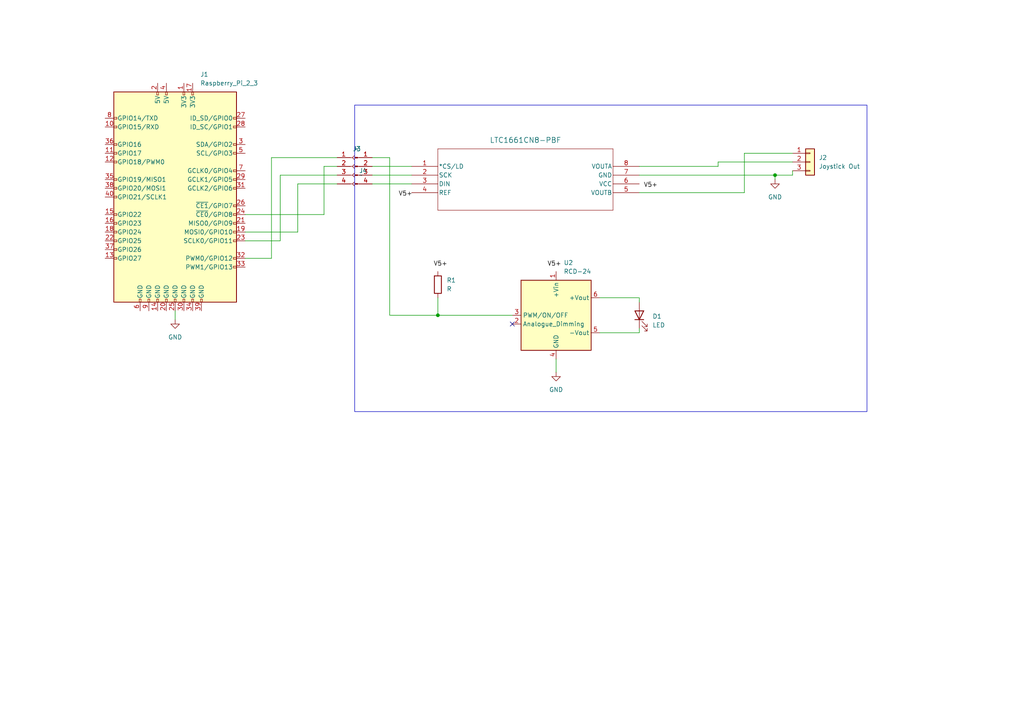
<source format=kicad_sch>
(kicad_sch (version 20230121) (generator eeschema)
  (paper "A4")
  (lib_symbols
    (symbol "Connector:Conn_01x04_Pin" (pin_names (offset 1.016) hide)
      (property "Reference" "J" (at 0 5.08 0))
      (property "Value" "Conn_01x04_Pin" (at 0 -7.62 0))
      (symbol "Conn_01x04_Pin_1_1"
        (polyline (pts (xy 1.27 -5.08) (xy 0.8636 -5.08)) (stroke (width 0.1524)))
        (polyline (pts (xy 1.27 -2.54) (xy 0.8636 -2.54)) (stroke (width 0.1524)))
        (polyline (pts (xy 1.27 0) (xy 0.8636 0)) (stroke (width 0.1524)))
        (polyline (pts (xy 1.27 2.54) (xy 0.8636 2.54)) (stroke (width 0.1524)))
        (rectangle (start 0.8636 -4.953) (end 0 -5.207) (stroke (width 0.1524)) (fill (type outline)))
        (rectangle (start 0.8636 -2.413) (end 0 -2.667) (stroke (width 0.1524)) (fill (type outline)))
        (rectangle (start 0.8636 0.127) (end 0 -0.127) (stroke (width 0.1524)) (fill (type outline)))
        (rectangle (start 0.8636 2.667) (end 0 2.413) (stroke (width 0.1524)) (fill (type outline)))
        (pin passive line (at 5.08 2.54 180) (length 3.81) (name "Pin_1") (number "1"))
        (pin passive line (at 5.08 0 180) (length 3.81) (name "Pin_2") (number "2"))
        (pin passive line (at 5.08 -2.54 180) (length 3.81) (name "Pin_3") (number "3"))
        (pin passive line (at 5.08 -5.08 180) (length 3.81) (name "Pin_4") (number "4"))
      )
    )
    (symbol "Connector:Conn_01x04_Socket" (pin_names (offset 1.016) hide)
      (property "Reference" "J" (at 0 5.08 0))
      (property "Value" "Conn_01x04_Socket" (at 0 -7.62 0))
      (symbol "Conn_01x04_Socket_1_1"
        (arc (start 0 -4.572) (mid -0.5058 -5.08) (end 0 -5.588) (stroke (width 0.1524)))
        (arc (start 0 -2.032) (mid -0.5058 -2.54) (end 0 -3.048) (stroke (width 0.1524)))
        (polyline (pts (xy -1.27 -5.08) (xy -0.508 -5.08)) (stroke (width 0.1524)))
        (polyline (pts (xy -1.27 -2.54) (xy -0.508 -2.54)) (stroke (width 0.1524)))
        (polyline (pts (xy -1.27 0) (xy -0.508 0)) (stroke (width 0.1524)))
        (polyline (pts (xy -1.27 2.54) (xy -0.508 2.54)) (stroke (width 0.1524)))
        (arc (start 0 0.508) (mid -0.5058 0) (end 0 -0.508) (stroke (width 0.1524)))
        (arc (start 0 3.048) (mid -0.5058 2.54) (end 0 2.032) (stroke (width 0.1524)))
        (pin passive line (at -5.08 2.54 0) (length 3.81) (name "Pin_1") (number "1"))
        (pin passive line (at -5.08 0 0) (length 3.81) (name "Pin_2") (number "2"))
        (pin passive line (at -5.08 -2.54 0) (length 3.81) (name "Pin_3") (number "3"))
        (pin passive line (at -5.08 -5.08 0) (length 3.81) (name "Pin_4") (number "4"))
      )
    )
    (symbol "Connector:Raspberry_Pi_2_3" (pin_names (offset 1.016))
      (property "Reference" "J" (at -17.78 31.75 0))
      (property "Value" "Raspberry_Pi_2_3" (at 10.16 -31.75 0))
      (symbol "Raspberry_Pi_2_3_0_1"
        (rectangle (start -17.78 30.48) (end 17.78 -30.48) (stroke (width 0.254)) (fill (type background)))
      )
      (symbol "Raspberry_Pi_2_3_1_1"
        (rectangle (start -16.891 -17.526) (end -17.78 -18.034))
        (rectangle (start -16.891 -14.986) (end -17.78 -15.494))
        (rectangle (start -16.891 -12.446) (end -17.78 -12.954))
        (rectangle (start -16.891 -9.906) (end -17.78 -10.414))
        (rectangle (start -16.891 -7.366) (end -17.78 -7.874))
        (rectangle (start -16.891 -4.826) (end -17.78 -5.334))
        (rectangle (start -16.891 0.254) (end -17.78 -0.254))
        (rectangle (start -16.891 2.794) (end -17.78 2.286))
        (rectangle (start -16.891 5.334) (end -17.78 4.826))
        (rectangle (start -16.891 10.414) (end -17.78 9.906))
        (rectangle (start -16.891 12.954) (end -17.78 12.446))
        (rectangle (start -16.891 15.494) (end -17.78 14.986))
        (rectangle (start -16.891 20.574) (end -17.78 20.066))
        (rectangle (start -16.891 23.114) (end -17.78 22.606))
        (rectangle (start -10.414 -29.591) (end -9.906 -30.48))
        (rectangle (start -7.874 -29.591) (end -7.366 -30.48))
        (rectangle (start -5.334 -29.591) (end -4.826 -30.48))
        (rectangle (start -5.334 30.48) (end -4.826 29.591))
        (rectangle (start -2.794 -29.591) (end -2.286 -30.48))
        (rectangle (start -2.794 30.48) (end -2.286 29.591))
        (rectangle (start -0.254 -29.591) (end 0.254 -30.48))
        (rectangle (start 2.286 -29.591) (end 2.794 -30.48))
        (rectangle (start 2.286 30.48) (end 2.794 29.591))
        (rectangle (start 4.826 -29.591) (end 5.334 -30.48))
        (rectangle (start 4.826 30.48) (end 5.334 29.591))
        (rectangle (start 7.366 -29.591) (end 7.874 -30.48))
        (rectangle (start 17.78 -20.066) (end 16.891 -20.574))
        (rectangle (start 17.78 -17.526) (end 16.891 -18.034))
        (rectangle (start 17.78 -12.446) (end 16.891 -12.954))
        (rectangle (start 17.78 -9.906) (end 16.891 -10.414))
        (rectangle (start 17.78 -7.366) (end 16.891 -7.874))
        (rectangle (start 17.78 -4.826) (end 16.891 -5.334))
        (rectangle (start 17.78 -2.286) (end 16.891 -2.794))
        (rectangle (start 17.78 2.794) (end 16.891 2.286))
        (rectangle (start 17.78 5.334) (end 16.891 4.826))
        (rectangle (start 17.78 7.874) (end 16.891 7.366))
        (rectangle (start 17.78 12.954) (end 16.891 12.446))
        (rectangle (start 17.78 15.494) (end 16.891 14.986))
        (rectangle (start 17.78 20.574) (end 16.891 20.066))
        (rectangle (start 17.78 23.114) (end 16.891 22.606))
        (pin power_in line (at 2.54 33.02 270) (length 2.54) (name "3V3") (number "1"))
        (pin bidirectional line (at -20.32 20.32 0) (length 2.54) (name "GPIO15/RXD") (number "10"))
        (pin bidirectional line (at -20.32 12.7 0) (length 2.54) (name "GPIO17") (number "11"))
        (pin bidirectional line (at -20.32 10.16 0) (length 2.54) (name "GPIO18/PWM0") (number "12"))
        (pin bidirectional line (at -20.32 -17.78 0) (length 2.54) (name "GPIO27") (number "13"))
        (pin power_in line (at -5.08 -33.02 90) (length 2.54) (name "GND") (number "14"))
        (pin bidirectional line (at -20.32 -5.08 0) (length 2.54) (name "GPIO22") (number "15"))
        (pin bidirectional line (at -20.32 -7.62 0) (length 2.54) (name "GPIO23") (number "16"))
        (pin power_in line (at 5.08 33.02 270) (length 2.54) (name "3V3") (number "17"))
        (pin bidirectional line (at -20.32 -10.16 0) (length 2.54) (name "GPIO24") (number "18"))
        (pin bidirectional line (at 20.32 -10.16 180) (length 2.54) (name "MOSI0/GPIO10") (number "19"))
        (pin power_in line (at -5.08 33.02 270) (length 2.54) (name "5V") (number "2"))
        (pin power_in line (at -2.54 -33.02 90) (length 2.54) (name "GND") (number "20"))
        (pin bidirectional line (at 20.32 -7.62 180) (length 2.54) (name "MISO0/GPIO9") (number "21"))
        (pin bidirectional line (at -20.32 -12.7 0) (length 2.54) (name "GPIO25") (number "22"))
        (pin bidirectional line (at 20.32 -12.7 180) (length 2.54) (name "SCLK0/GPIO11") (number "23"))
        (pin bidirectional line (at 20.32 -5.08 180) (length 2.54) (name "~{CE0}/GPIO8") (number "24"))
        (pin power_in line (at 0 -33.02 90) (length 2.54) (name "GND") (number "25"))
        (pin bidirectional line (at 20.32 -2.54 180) (length 2.54) (name "~{CE1}/GPIO7") (number "26"))
        (pin bidirectional line (at 20.32 22.86 180) (length 2.54) (name "ID_SD/GPIO0") (number "27"))
        (pin bidirectional line (at 20.32 20.32 180) (length 2.54) (name "ID_SC/GPIO1") (number "28"))
        (pin bidirectional line (at 20.32 5.08 180) (length 2.54) (name "GCLK1/GPIO5") (number "29"))
        (pin bidirectional line (at 20.32 15.24 180) (length 2.54) (name "SDA/GPIO2") (number "3"))
        (pin power_in line (at 2.54 -33.02 90) (length 2.54) (name "GND") (number "30"))
        (pin bidirectional line (at 20.32 2.54 180) (length 2.54) (name "GCLK2/GPIO6") (number "31"))
        (pin bidirectional line (at 20.32 -17.78 180) (length 2.54) (name "PWM0/GPIO12") (number "32"))
        (pin bidirectional line (at 20.32 -20.32 180) (length 2.54) (name "PWM1/GPIO13") (number "33"))
        (pin power_in line (at 5.08 -33.02 90) (length 2.54) (name "GND") (number "34"))
        (pin bidirectional line (at -20.32 5.08 0) (length 2.54) (name "GPIO19/MISO1") (number "35"))
        (pin bidirectional line (at -20.32 15.24 0) (length 2.54) (name "GPIO16") (number "36"))
        (pin bidirectional line (at -20.32 -15.24 0) (length 2.54) (name "GPIO26") (number "37"))
        (pin bidirectional line (at -20.32 2.54 0) (length 2.54) (name "GPIO20/MOSI1") (number "38"))
        (pin power_in line (at 7.62 -33.02 90) (length 2.54) (name "GND") (number "39"))
        (pin power_in line (at -2.54 33.02 270) (length 2.54) (name "5V") (number "4"))
        (pin bidirectional line (at -20.32 0 0) (length 2.54) (name "GPIO21/SCLK1") (number "40"))
        (pin bidirectional line (at 20.32 12.7 180) (length 2.54) (name "SCL/GPIO3") (number "5"))
        (pin power_in line (at -10.16 -33.02 90) (length 2.54) (name "GND") (number "6"))
        (pin bidirectional line (at 20.32 7.62 180) (length 2.54) (name "GCLK0/GPIO4") (number "7"))
        (pin bidirectional line (at -20.32 22.86 0) (length 2.54) (name "GPIO14/TXD") (number "8"))
        (pin power_in line (at -7.62 -33.02 90) (length 2.54) (name "GND") (number "9"))
      )
    )
    (symbol "Connector_Generic:Conn_01x03" (pin_names (offset 1.016) hide)
      (property "Reference" "J" (at 0 5.08 0))
      (property "Value" "Conn_01x03" (at 0 -5.08 0))
      (symbol "Conn_01x03_1_1"
        (rectangle (start -1.27 -2.413) (end 0 -2.667) (stroke (width 0.1524)))
        (rectangle (start -1.27 0.127) (end 0 -0.127) (stroke (width 0.1524)))
        (rectangle (start -1.27 2.667) (end 0 2.413) (stroke (width 0.1524)))
        (rectangle (start -1.27 3.81) (end 1.27 -3.81) (stroke (width 0.254)) (fill (type background)))
        (pin passive line (at -5.08 2.54 0) (length 3.81) (name "Pin_1") (number "1"))
        (pin passive line (at -5.08 0 0) (length 3.81) (name "Pin_2") (number "2"))
        (pin passive line (at -5.08 -2.54 0) (length 3.81) (name "Pin_3") (number "3"))
      )
    )
    (symbol "Device:LED" (pin_numbers hide) (pin_names (offset 1.016) hide)
      (property "Reference" "D" (at 0 2.54 0))
      (property "Value" "LED" (at 0 -2.54 0))
      (symbol "LED_0_1"
        (polyline (pts (xy -1.27 -1.27) (xy -1.27 1.27)) (stroke (width 0.254)))
        (polyline (pts (xy -1.27 0) (xy 1.27 0)))
        (polyline (pts (xy 1.27 -1.27) (xy 1.27 1.27) (xy -1.27 0) (xy 1.27 -1.27)) (stroke (width 0.254)))
        (polyline (pts (xy -3.048 -0.762) (xy -4.572 -2.286) (xy -3.81 -2.286) (xy -4.572 -2.286) (xy -4.572 -1.524)))
        (polyline (pts (xy -1.778 -0.762) (xy -3.302 -2.286) (xy -2.54 -2.286) (xy -3.302 -2.286) (xy -3.302 -1.524)))
      )
      (symbol "LED_1_1"
        (pin passive line (at -3.81 0 0) (length 2.54) (name "K") (number "1"))
        (pin passive line (at 3.81 0 180) (length 2.54) (name "A") (number "2"))
      )
    )
    (symbol "Device:R" (pin_numbers hide) (pin_names (offset 0))
      (property "Reference" "R" (at 2.032 0 90))
      (property "Value" "R" (at 0 0 90))
      (symbol "R_0_1"
        (rectangle (start -1.016 -2.54) (end 1.016 2.54) (stroke (width 0.254)))
      )
      (symbol "R_1_1"
        (pin passive line (at 0 3.81 270) (length 1.27) (name "~") (number "1"))
        (pin passive line (at 0 -3.81 90) (length 1.27) (name "~") (number "2"))
      )
    )
    (symbol "Driver_LED:RCD-24"
      (property "Reference" "U" (at -8.89 11.43 0))
      (property "Value" "RCD-24" (at 6.35 11.43 0))
      (symbol "RCD-24_1_1"
        (rectangle (start -10.16 10.16) (end 10.16 -10.16) (stroke (width 0.254)) (fill (type background)))
        (pin power_in line (at 0 12.7 270) (length 2.54) (name "+Vin") (number "1"))
        (pin passive line (at -12.7 -2.54 0) (length 2.54) (name "Analogue_Dimming") (number "2"))
        (pin passive line (at -12.7 0 0) (length 2.54) (name "PWM/ON/OFF") (number "3"))
        (pin power_in line (at 0 -12.7 90) (length 2.54) (name "GND") (number "4"))
        (pin power_out line (at 12.7 -5.08 180) (length 2.54) (name "-Vout") (number "5"))
        (pin power_out line (at 12.7 5.08 180) (length 2.54) (name "+Vout") (number "6"))
      )
    )
    (symbol "LTC1661:LTC1661CN8-PBF" (pin_names (offset 0.254))
      (property "Reference" "U" (at 33.02 10.16 0))
      (property "Value" "LTC1661CN8-PBF" (at 33.02 7.62 0))
      (symbol "LTC1661CN8-PBF_0_1"
        (polyline (pts (xy 7.62 -12.7) (xy 58.42 -12.7)) (stroke (width 0.127)))
        (polyline (pts (xy 7.62 5.08) (xy 7.62 -12.7)) (stroke (width 0.127)))
        (polyline (pts (xy 58.42 -12.7) (xy 58.42 5.08)) (stroke (width 0.127)))
        (polyline (pts (xy 58.42 5.08) (xy 7.62 5.08)) (stroke (width 0.127)))
        (pin input line (at 0 0 0) (length 7.62) (name "*CS/LD") (number "1"))
        (pin input line (at 0 -2.54 0) (length 7.62) (name "SCK") (number "2"))
        (pin input line (at 0 -5.08 0) (length 7.62) (name "DIN") (number "3"))
        (pin input line (at 0 -7.62 0) (length 7.62) (name "REF") (number "4"))
        (pin output line (at 66.04 -7.62 180) (length 7.62) (name "VOUTB") (number "5"))
        (pin power_in line (at 66.04 -5.08 180) (length 7.62) (name "VCC") (number "6"))
        (pin power_in line (at 66.04 -2.54 180) (length 7.62) (name "GND") (number "7"))
        (pin output line (at 66.04 0 180) (length 7.62) (name "VOUTA") (number "8"))
      )
    )
    (symbol "power:GND" (power) (pin_names (offset 0))
      (property "Value" "GND" (at 0 -3.81 0))
      (symbol "GND_0_1"
        (polyline (pts (xy 0 0) (xy 0 -1.27) (xy 1.27 -1.27) (xy 0 -2.54) (xy -1.27 -1.27) (xy 0 -1.27)))
      )
      (symbol "GND_1_1"
        (pin power_in line (at 0 0 270) (length 0) hide (name "GND") (number "1"))
      )
    )
  )
  (junction (at 224.79 50.8))
  (junction (at 127 91.44))
  (no_connect (at 148.59 93.98))
  (wire (pts (xy 185.42 86.36) (xy 185.42 87.63)))
  (wire (pts (xy 185.42 55.88) (xy 215.9 55.88)))
  (wire (pts (xy 173.99 86.36) (xy 185.42 86.36)))
  (wire (pts (xy 97.79 53.34) (xy 86.36 53.34)))
  (wire (pts (xy 97.79 48.26) (xy 93.98 48.26)))
  (wire (pts (xy 215.9 55.88) (xy 215.9 44.45)))
  (wire (pts (xy 185.42 48.26) (xy 208.28 48.26)))
  (wire (pts (xy 229.87 50.8) (xy 229.87 49.53)))
  (wire (pts (xy 161.29 104.14) (xy 161.29 107.95)))
  (wire (pts (xy 224.79 50.8) (xy 224.79 52.07)))
  (wire (pts (xy 113.03 45.72) (xy 113.03 91.44)))
  (wire (pts (xy 86.36 67.31) (xy 71.12 67.31)))
  (wire (pts (xy 127 86.36) (xy 127 91.44)))
  (wire (pts (xy 93.98 62.23) (xy 71.12 62.23)))
  (wire (pts (xy 107.95 45.72) (xy 113.03 45.72)))
  (wire (pts (xy 107.95 53.34) (xy 119.38 53.34)))
  (wire (pts (xy 97.79 45.72) (xy 78.74 45.72)))
  (wire (pts (xy 208.28 46.99) (xy 229.87 46.99)))
  (wire (pts (xy 78.74 45.72) (xy 78.74 74.93)))
  (wire (pts (xy 86.36 53.34) (xy 86.36 67.31)))
  (wire (pts (xy 93.98 48.26) (xy 93.98 62.23)))
  (wire (pts (xy 185.42 50.8) (xy 224.79 50.8)))
  (wire (pts (xy 113.03 91.44) (xy 127 91.44)))
  (wire (pts (xy 127 91.44) (xy 148.59 91.44)))
  (wire (pts (xy 224.79 50.8) (xy 229.87 50.8)))
  (wire (pts (xy 50.8 90.17) (xy 50.8 92.71)))
  (wire (pts (xy 107.95 48.26) (xy 119.38 48.26)))
  (wire (pts (xy 81.28 50.8) (xy 81.28 69.85)))
  (wire (pts (xy 78.74 74.93) (xy 71.12 74.93)))
  (wire (pts (xy 208.28 48.26) (xy 208.28 46.99)))
  (wire (pts (xy 215.9 44.45) (xy 229.87 44.45)))
  (wire (pts (xy 81.28 69.85) (xy 71.12 69.85)))
  (wire (pts (xy 107.95 50.8) (xy 119.38 50.8)))
  (wire (pts (xy 185.42 96.52) (xy 173.99 96.52)))
  (wire (pts (xy 97.79 50.8) (xy 81.28 50.8)))
  (wire (pts (xy 185.42 95.25) (xy 185.42 96.52)))
  (rectangle (start 102.87 30.48) (end 251.46 119.38))
  (label "V5+" (at 125.73 77.47 0))
  (label "V5+" (at 186.69 54.61 0))
  (label "V5+" (at 115.57 57.15 0))
  (label "V5+" (at 158.75 77.47 0))
  (symbol (lib_id "Connector:Conn_01x04_Socket") (at 102.87 48.26 0) (unit 1)
    (property "Reference" "J4" (at 104.14 49.53 0) (effects (justify left)))
    (property "Value" "~" (at 104.14 50.8 0) (effects (justify left)))
  )
  (symbol (lib_id "Device:R") (at 127 82.55 0) (unit 1)
    (property "Reference" "R1" (at 129.54 81.28 0) (effects (justify left)))
    (property "Value" "R" (at 129.54 83.82 0) (effects (justify left)))
  )
  (symbol (lib_id "Connector_Generic:Conn_01x03") (at 234.95 46.99 0) (unit 1)
    (property "Reference" "J2" (at 237.49 45.72 0) (effects (justify left)))
    (property "Value" "Joystick Out" (at 237.49 48.26 0) (effects (justify left)))
  )
  (symbol (lib_id "Device:LED") (at 185.42 91.44 90) (unit 1)
    (property "Reference" "D1" (at 189.23 91.7575 90) (effects (justify right)))
    (property "Value" "LED" (at 189.23 94.2975 90) (effects (justify right)))
  )
  (symbol (lib_id "Connector:Raspberry_Pi_2_3") (at 50.8 57.15 0) (unit 1)
    (property "Reference" "J1" (at 58.0741 21.59 0) (effects (justify left)))
    (property "Value" "Raspberry_Pi_2_3" (at 58.0741 24.13 0) (effects (justify left)))
    (property "Datasheet" "https://www.raspberrypi.org/documentation/hardware/raspberrypi/schematics/rpi_SCH_3bplus_1p0_reduced.pdf" (effects hide))
  )
  (symbol (lib_id "power:GND") (at 161.29 107.95 0) (unit 1)
    (property "Reference" "#PWR03" (effects hide))
    (property "Value" "GND" (at 161.29 113.03 0))
  )
  (symbol (lib_id "power:GND") (at 224.79 52.07 0) (unit 1)
    (property "Reference" "#PWR04" (effects hide))
    (property "Value" "GND" (at 224.79 57.15 0))
  )
  (symbol (lib_id "Connector:Conn_01x04_Pin") (at 102.87 48.26 0) (unit 1)
    (property "Reference" "J3" (at 103.505 43.18 0))
    (property "Value" "~" (at 103.505 43.18 0))
  )
  (symbol (lib_id "Driver_LED:RCD-24") (at 161.29 91.44 0) (unit 1)
    (property "Reference" "U2" (at 163.4841 76.2 0) (effects (justify left)))
    (property "Value" "RCD-24" (at 163.4841 78.74 0) (effects (justify left)))
    (property "Footprint" "Converter_DCDC:Converter_DCDC_RECOM_RCD-24_THT" (effects hide))
    (property "Datasheet" "https://g.recomcdn.com/media/Datasheet/pdf/.fYUQjOlW/.t2a80a771bdbb0ef300f7/Datasheet-93/RCD-24.pdf" (effects hide))
  )
  (symbol (lib_id "power:GND") (at 50.8 92.71 0) (unit 1)
    (property "Reference" "#PWR01" (effects hide))
    (property "Value" "GND" (at 50.8 97.79 0))
  )
  (symbol (lib_id "LTC1661:LTC1661CN8-PBF") (at 119.38 48.26 0) (unit 1)
    (property "Reference" "U1" (effects hide))
    (property "Value" "LTC1661CN8-PBF" (at 152.4 40.64 0) (effects (font (size 1.524 1.524))))
    (property "Footprint" "PDIP-8_N_LIT" (effects hide))
    (property "Datasheet" "LTC1661CN8-PBF" (effects hide))
  )
)
</source>
